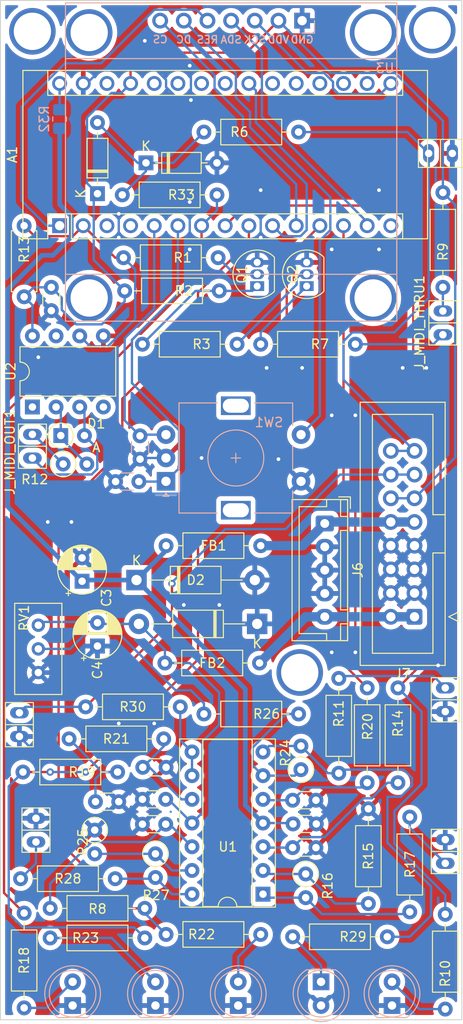
<source format=kicad_pcb>
(kicad_pcb (version 20211014) (generator pcbnew)
  (layers (0 "F.Cu" signal) (31 "B.Cu" signal) (34 "B.Paste" user) (35 "F.Paste" user) (36 "B.SilkS" user "B.Silkscreen") (37 "F.SilkS" user "F.Silkscreen") (38 "B.Mask" user) (39 "F.Mask" user) (44 "Edge.Cuts" user))
  (net 0 "")
  (net 1 "MIDI RX")
  (net 3 "SPI Reset")
  (net 5 "Encoder CLK")
  (net 6 "Encoder DT")
  (net 7 "Gate Pin")
  (net 8 "Velocity PWM")
  (net 9 "Mod Wheel PWM")
  (net 10 "SPI DC")
  (net 11 "SPI CS")
  (net 12 "V{slash}oct PWM")
  (net 13 "Pitch Wheel PWM")
  (net 14 "SPI MOSI")
  (net 16 "SPI SLK")
  (net 22 "Encoder Button")
  (net 27 "+5V")
  (net 29 "Earth")
  (net 30 "+12V")
  (net 31 "-12V")
  (net 32 "Net-(C6-Pad1)")
  (net 33 "Net-(C7-Pad1)")
  (net 34 "Net-(C8-Pad1)")
  (net 35 "Net-(C9-Pad1)")
  (net 36 "Net-(C10-Pad1)")
  (net 37 "Net-(D1-Pad1)")
  (net 38 "Net-(D1-Pad2)")
  (net 39 "Net-(D4-Pad2)")
  (net 40 "Net-(J_MIDI_OUT1-Pad4)")
  (net 41 "Net-(J_MIDI_THRU1-Pad4)")
  (net 42 "Net-(J_MIDI_THRU1-Pad5)")
  (net 43 "Net-(LED_MOD1-Pad2)")
  (net 44 "Net-(LED_V/oct1-Pad2)")
  (net 45 "Net-(LED_VELOCITY1-Pad2)")
  (net 46 "Net-(Q1-Pad1)")
  (net 47 "Net-(Q1-Pad2)")
  (net 48 "Net-(Q2-Pad1)")
  (net 49 "Net-(Q2-Pad2)")
  (net 50 "12V In")
  (net 51 "-12V In")
  (net 52 "Net-(R11-Pad1)")
  (net 53 "Net-(J3-PadT)")
  (net 54 "Net-(R15-Pad2)")
  (net 55 "Net-(R16-Pad2)")
  (net 56 "Net-(J1-PadT)")
  (net 57 "Net-(R24-Pad1)")
  (net 58 "Net-(R25-Pad2)")
  (net 59 "Net-(R26-Pad1)")
  (net 60 "Net-(R27-Pad2)")
  (net 61 "Net-(J4-PadT)")
  (net 62 "Net-(R30-Pad1)")
  (net 65 "Net-(A1-Pad30)")
  (net 66 "V{slash}oct  Out")
  (net 67 "Gate  Out")
  (net 68 "Net-(D5-Pad2)")
  (net 69 "Net-(LED_Bend1-Pad1)")
  (footprint "" (layer "F.Cu") (at 170.815 70.485)
    (fp_text reference "")
    (fp_text value "")
  )
  (footprint "Capacitor_THT:C_Disc_D3.0mm_W1.6mm_P2.50mm" (layer "F.Cu") (at 134.66 153.162)
    (fp_text reference "C7" hide)
    (fp_text value "100nF" hide)
  )
  (footprint "Library:SIP-2" (layer "F.Cu") (at 171.958 101.854 -90)
    (fp_text reference "J_MIDI_THRU1")
    (fp_text value "DIN-5_180degree" hide)
  )
  (footprint "Capacitor_THT:C_Disc_D3.0mm_W1.6mm_P2.50mm" (layer "F.Cu") (at 139.7 152.908)
    (fp_text reference "C2" hide)
    (fp_text value "100nF" hide)
  )
  (footprint "Resistor_THT:R_Axial_DIN0207_L6.3mm_D2.5mm_P2.54mm_Vertical" (layer "F.Cu") (at 156.718 149.733 90)
    (fp_text reference "R24")
    (fp_text value "100k")
  )
  (footprint "Library:Jack breakcout cables" (layer "F.Cu") (at 172.212 158.496 90)
    (fp_text reference "J1" hide)
    (fp_text value "Velocity")
  )
  (footprint "Library:Jack breakcout cables" (layer "F.Cu") (at 128.27 156.21 90)
    (fp_text reference "J4" hide)
    (fp_text value "MOD WHEEL")
  )
  (footprint "Resistor_THT:R_Axial_DIN0207_L6.3mm_D2.5mm_P10.16mm_Horizontal" (layer "F.Cu") (at 136.779 161.417 180)
    (fp_text reference "R28")
    (fp_text value "1k")
  )
  (footprint "Package_TO_SOT_THT:TO-92_Inline" (layer "F.Cu") (at 157.332 97.917 90)
    (fp_text reference "Q2")
    (fp_text value "BC548")
  )
  (footprint "Library:SIP-2" (layer "F.Cu") (at 127.889 115.072 -90)
    (fp_text reference "J_MIDI_OUT1")
    (fp_text value "DIN-5_180degree" hide)
  )
  (footprint "Capacitor_THT:C_Disc_D3.0mm_W1.6mm_P2.50mm" (layer "F.Cu") (at 155.829 158.086)
    (fp_text reference "C6" hide)
    (fp_text value "100nF" hide)
  )
  (footprint "Resistor_THT:R_Axial_DIN0207_L6.3mm_D2.5mm_P2.54mm_Vertical" (layer "F.Cu") (at 131.191 116.977)
    (fp_text reference "R12")
    (fp_text value "220R")
  )
  (footprint "Library:Jack breakcout cables" (layer "F.Cu") (at 126.492 144.907 -90)
    (fp_text reference "J5" hide)
    (fp_text value "V/oct OUT")
  )
  (footprint "Resistor_THT:R_Axial_DIN0207_L6.3mm_D2.5mm_P10.16mm_Horizontal" (layer "F.Cu") (at 147.955 98.425 180)
    (fp_text reference "R2")
    (fp_text value "2k")
  )
  (footprint "Resistor_THT:R_Axial_DIN0207_L6.3mm_D2.5mm_P10.16mm_Horizontal" (layer "F.Cu") (at 131.826 146.431)
    (fp_text reference "R21")
    (fp_text value "10k")
  )
  (footprint "Capacitor_THT:C_Disc_D3.0mm_W1.6mm_P2.50mm" (layer "F.Cu") (at 155.829 153.006)
    (fp_text reference "C9" hide)
    (fp_text value "100nF" hide)
  )
  (footprint "Capacitor_THT:CP_Radial_D5.0mm_P2.50mm" (layer "F.Cu") (at 133.223 129.54 90)
    (fp_text reference "C3")
    (fp_text value "22uF")
  )
  (footprint "Resistor_THT:R_Axial_DIN0207_L6.3mm_D2.5mm_P2.54mm_Vertical" (layer "F.Cu") (at 157.226 160.909 -90)
    (fp_text reference "R16")
    (fp_text value "100k")
  )
  (footprint "Resistor_THT:R_Axial_DIN0207_L6.3mm_D2.5mm_P2.54mm_Vertical" (layer "F.Cu") (at 141.097 158.75 -90)
    (fp_text reference "R27")
    (fp_text value "100k")
  )
  (footprint "Resistor_THT:R_Axial_DIN0207_L6.3mm_D2.5mm_P10.16mm_Horizontal" (layer "F.Cu") (at 160.782 150.114 90)
    (fp_text reference "R11")
    (fp_text value "1k")
  )
  (footprint "Library:Jack breakcout cables" (layer "F.Cu") (at 172.212 142.24 -90)
    (fp_text reference "J3" hide)
    (fp_text value "Bend Out")
  )
  (footprint "Resistor_THT:R_Axial_DIN0207_L6.3mm_D2.5mm_P10.16mm_Horizontal" (layer "F.Cu") (at 163.83 140.97 -90)
    (fp_text reference "R20")
    (fp_text value "10k")
  )
  (footprint "Resistor_THT:R_Axial_DIN0207_L6.3mm_D2.5mm_P10.16mm_Horizontal" (layer "F.Cu") (at 143.764 143.002 180)
    (fp_text reference "R30")
    (fp_text value "1k")
  )
  (footprint "Diode_THT:D_DO-35_SOD27_P7.62mm_Horizontal" (layer "F.Cu") (at 134.874 88.011 90)
    (fp_text reference "D5" hide)
    (fp_text value "BAT43")
  )
  (footprint "Resistor_THT:R_Axial_DIN0207_L6.3mm_D2.5mm_P10.16mm_Horizontal" (layer "F.Cu") (at 162.56 104.14 180)
    (fp_text reference "R7")
    (fp_text value "220R")
  )
  (footprint "Resistor_THT:R_Axial_DIN0207_L6.3mm_D2.5mm_P10.16mm_Horizontal" (layer "F.Cu") (at 146.304 143.764)
    (fp_text reference "R26")
    (fp_text value "100k")
  )
  (footprint "Resistor_THT:R_Axial_DIN0207_L6.3mm_D2.5mm_P10.16mm_Horizontal" (layer "F.Cu") (at 147.828 94.869 180)
    (fp_text reference "R1")
    (fp_text value "1k")
  )
  (footprint "Capacitor_THT:C_Disc_D3.0mm_W1.6mm_P2.50mm" (layer "F.Cu") (at 142.2 155.575 180)
    (fp_text reference "C8" hide)
    (fp_text value "100nF" hide)
  )
  (footprint "Capacitor_THT:C_Disc_D3.0mm_W1.6mm_P2.50mm" (layer "F.Cu") (at 139.74 149.479)
    (fp_text reference "C10" hide)
    (fp_text value "100nF" hide)
  )
  (footprint "Resistor_THT:R_Axial_DIN0207_L6.3mm_D2.5mm_P10.16mm_Horizontal" (layer "F.Cu") (at 163.957 153.924 -90)
    (fp_text reference "R15")
    (fp_text value "100k")
  )
  (footprint "Resistor_THT:R_Axial_DIN0207_L6.3mm_D2.5mm_P10.16mm_Horizontal" (layer "F.Cu") (at 152.273 138.303 180)
    (fp_text reference "FB2")
    (fp_text value "FerriteBead" hide)
  )
  (footprint "Resistor_THT:R_Axial_DIN0207_L6.3mm_D2.5mm_P7.62mm_Horizontal" (layer "F.Cu") (at 127 91.44 -90)
    (fp_text reference "R13")
    (fp_text value "2K")
  )
  (footprint "Resistor_THT:R_Axial_DIN0207_L6.3mm_D2.5mm_P10.16mm_Horizontal" (layer "F.Cu") (at 126.873 149.987)
    (fp_text reference "R19")
    (fp_text value "10k")
  )
  (footprint "Diode_THT:D_DO-41_SOD81_P12.70mm_Horizontal" (layer "F.Cu") (at 139.065 129.413)
    (fp_text reference "D2")
    (fp_text value "1N4001")
  )
  (footprint "Resistor_THT:R_Axial_DIN0207_L6.3mm_D2.5mm_P10.16mm_Horizontal" (layer "F.Cu") (at 139.954 164.592 180)
    (fp_text reference "R8")
    (fp_text value "10k")
  )
  (footprint "Capacitor_THT:CP_Radial_D5.0mm_P2.50mm" (layer "F.Cu") (at 134.874 136.485 90)
    (fp_text reference "C4")
    (fp_text value "22uF")
  )
  (footprint "Package_DIP:DIP-8_W7.62mm" (layer "F.Cu") (at 127.889 110.871 90)
    (fp_text reference "U2")
    (fp_text value "6N137")
  )
  (footprint "Resistor_THT:R_Axial_DIN0207_L6.3mm_D2.5mm_P10.16mm_Horizontal" (layer "F.Cu") (at 171.958 87.884 -90)
    (fp_text reference "R9")
    (fp_text value "220R")
  )
  (footprint "Resistor_THT:R_Axial_DIN0207_L6.3mm_D2.5mm_P10.16mm_Horizontal" (layer "F.Cu") (at 172.212 165.227 -90)
    (fp_text reference "R10")
    (fp_text value "1k")
  )
  (footprint "Resistor_THT:R_Axial_DIN0207_L6.3mm_D2.5mm_P10.16mm_Horizontal" (layer "F.Cu") (at 147.701 88.138 180)
    (fp_text reference "R33")
    (fp_text value "1k")
  )
  (footprint "Package_DIP:DIP-14_W7.62mm_Socket" (layer "F.Cu") (at 152.644 163.073 180)
    (fp_text reference "U1")
    (fp_text value "TL074")
  )
  (footprint "Capacitor_THT:C_Disc_D3.0mm_W1.6mm_P2.50mm" (layer "F.Cu") (at 129.921 98.044 -90)
    (fp_text reference "C5" hide)
    (fp_text value "100nF" hide)
  )
  (footprint "Module:Arduino_Nano" (layer "F.Cu") (at 130.81 91.44 90)
    (fp_text reference "A1")
    (fp_text value "Arduino_Nano_v3.x")
  )
  (footprint "Resistor_THT:R_Axial_DIN0207_L6.3mm_D2.5mm_P2.54mm_Vertical" (layer "F.Cu") (at 134.58 156.21 -90)
    (fp_text reference "R25")
    (fp_text value "100k")
  )
  (footprint "Resistor_THT:R_Axial_DIN0207_L6.3mm_D2.5mm_P10.16mm_Horizontal" (layer "F.Cu") (at 127 165.1 -90)
    (fp_text reference "R18")
    (fp_text value "1k")
  )
  (footprint "" (layer "F.Cu") (at 156.591 139.319)
    (fp_text reference "")
    (fp_text value "")
  )
  (footprint "Diode_THT:D_DO-35_SOD27_P7.62mm_Horizontal" (layer "F.Cu") (at 140.081 84.709)
    (fp_text reference "D6" hide)
    (fp_text value "BAT43")
  )
  (footprint "Resistor_THT:R_Axial_DIN0207_L6.3mm_D2.5mm_P10.16mm_Horizontal" (layer "F.Cu") (at 129.794 167.767)
    (fp_text reference "R23")
    (fp_text value "1k")
  )
  (footprint "" (layer "F.Cu") (at 127.889 70.612)
    (fp_text reference "")
    (fp_text value "")
  )
  (footprint "Resistor_THT:R_Axial_DIN0207_L6.3mm_D2.5mm_P10.16mm_Horizontal" (layer "F.Cu") (at 149.86 104.14 180)
    (fp_text reference "R3")
    (fp_text value "1k")
  )
  (footprint "Resistor_THT:R_Axial_DIN0207_L6.3mm_D2.5mm_P10.16mm_Horizontal" (layer "F.Cu") (at 165.989 167.64 180)
    (fp_text reference "R29")
    (fp_text value "3.3k")
  )
  (footprint "Connector_IDC:IDC-Header_2x08_P2.54mm_Vertical" (layer "F.Cu") (at 168.91 133.35 180)
    (fp_text reference "J7")
    (fp_text value "Eurorack power connector")
  )
  (footprint "Resistor_THT:R_Axial_DIN0207_L6.3mm_D2.5mm_P10.16mm_Horizontal" (layer "F.Cu") (at 168.402 164.973 90)
    (fp_text reference "R17")
    (fp_text value "1k")
  )
  (footprint "Connector_JST:JST_XH_B5B-XH-A_1x05_P2.50mm_Vertical" (layer "F.Cu") (at 159.275 123.35 -90)
    (fp_text reference "J6")
    (fp_text value "Power connector")
  )
  (footprint "Resistor_THT:R_Axial_DIN0207_L6.3mm_D2.5mm_P10.16mm_Horizontal" (layer "F.Cu") (at 146.304 81.407)
    (fp_text reference "R6")
    (fp_text value "1k")
  )
  (footprint "Capacitor_THT:C_Disc_D3.0mm_W1.6mm_P2.50mm" (layer "F.Cu") (at 155.869 155.546)
    (fp_text reference "C1" hide)
    (fp_text value "100nF" hide)
  )
  (footprint "Diode_THT:D_DO-35_SOD27_P2.54mm_Vertical_AnodeUp" (layer "F.Cu") (at 130.937 113.929)
    (fp_text reference "D1")
    (fp_text value "1N4148" hide)
  )
  (footprint "Resistor_THT:R_Axial_DIN0207_L6.3mm_D2.5mm_P10.16mm_Horizontal" (layer "F.Cu") (at 152.4 167.386 180)
    (fp_text reference "R22")
    (fp_text value "1k")
  )
  (footprint "Library:Jack breakcout cables" (layer "F.Cu") (at 171.704 83.693)
    (fp_text reference "J2" hide)
    (fp_text value "GATE OUT")
  )
  (footprint "Diode_THT:D_DO-41_SOD81_P12.70mm_Horizontal" (layer "F.Cu") (at 152.019 134.112 180)
    (fp_text reference "D3" hide)
    (fp_text value "1N4001")
  )
  (footprint "Resistor_THT:R_Axial_DIN0207_L6.3mm_D2.5mm_P10.16mm_Horizontal" (layer "F.Cu") (at 152.4 125.73 180)
    (fp_text reference "FB1")
    (fp_text value "FerriteBead" hide)
  )
  (footprint "Potentiometer_THT:Potentiometer_Bourns_3296W_Vertical" (layer "F.Cu") (at 128.524 139.329 -90)
    (fp_text reference "RV1")
    (fp_text value "10k")
  )
  (footprint "Package_TO_SOT_THT:TO-92_Inline" (layer "F.Cu") (at 152.019 97.917 90)
    (fp_text reference "Q1")
    (fp_text value "BC548")
  )
  (footprint "Resistor_THT:R_Axial_DIN0207_L6.3mm_D2.5mm_P10.16mm_Horizontal" (layer "F.Cu") (at 167.132 140.97 -90)
    (fp_text reference "R14")
    (fp_text value "10k")
  )
  (footprint "LED_THT:LED_D5.0mm" (layer "B.Cu") (at 132.207 175.006 90)
    (fp_text reference "D4" hide)
    (fp_text value "GATE LED" hide)
  )
  (footprint "Resistor_SMD:R_0805_2012Metric_Pad1.20x1.40mm_HandSolder" (layer "B.Cu") (at 130.81 80.01 -90)
    (fp_text reference "R32")
    (fp_text value "0")
  )
  (footprint "LED_THT:LED_D5.0mm" (layer "B.Cu") (at 166.497 175.006 90)
    (fp_text reference "LED_VELOCITY1" hide)
    (fp_text value "LED" hide)
  )
  (footprint "Dr_McFishs_misc_footprints:SPI Oled dislay SH1106" (layer "B.Cu") (at 156.845 69.469 180)
    (fp_text reference "U3")
    (fp_text value "OLED_Display_SPI")
  )
  (footprint "LED_THT:LED_D5.0mm" (layer "B.Cu") (at 149.987 175.006 90)
    (fp_text reference "LED_MOD1" hide)
    (fp_text value "LED" hide)
  )
  (footprint "Rotary_Encoder:RotaryEncoder_Alps_EC11E-Switch_Vertical_H20mm" (layer "B.Cu") (at 142.229 118.832)
    (fp_text reference "SW1")
    (fp_text value "RotaryEncoder_Switch")
  )
  (footprint "Capacitor_THT:C_Disc_D3.0mm_W1.6mm_P2.50mm" (layer "B.Cu") (at 139.446 113.959 -90)
    (fp_text reference "C12" hide)
    (fp_text value "100nF" hide)
  )
  (footprint "Capacitor_THT:C_Disc_D3.0mm_W1.6mm_P2.50mm" (layer "B.Cu") (at 139.319 118.862 180)
    (fp_text reference "C11" hide)
    (fp_text value "100nF" hide)
  )
  (footprint "LED_THT:LED_D5.0mm" (layer "B.Cu") (at 158.877 172.466 -90)
    (fp_text reference "LED_Bend1" hide)
    (fp_text value "LED_RG" hide)
  )
  (footprint "LED_THT:LED_D5.0mm" (layer "B.Cu") (at 141.097 175.006 90)
    (fp_text reference "LED_V/oct1" hide)
    (fp_text value "LED" hide)
  )
  (gr_rect (start 124.46 67.305) (end 173.99 176.53) (layer "Edge.Cuts") (width 0.1) (fill none))
  (segment (start 132.225489 92.564511) (end 133.35 91.44) (width 0.25) (layer "F.Cu") (net 1))
  (segment (start 127 91.44) (end 128.124511 92.564511) (width 0.25) (layer "F.Cu") (net 1))
  (segment (start 136.779 94.869) (end 137.668 94.869) (width 0.25) (layer "F.Cu") (net 1))
  (segment (start 128.124511 92.564511) (end 132.225489 92.564511) (width 0.25) (layer "F.Cu") (net 1))
  (segment (start 133.35 91.44) (end 136.779 94.869) (width 0.25) (layer "F.Cu") (net 1))
  (segment (start 138.919511 101.430789) (end 138.919511 96.120511) (width 0.25) (layer "B.Cu") (net 1))
  (segment (start 132.969 103.251) (end 134.093511 104.375511) (width 0.25) (layer "B.Cu") (net 1))
  (segment (start 138.919511 96.120511) (end 137.668 94.869) (width 0.25) (layer "B.Cu") (net 1))
  (segment (start 134.093511 104.375511) (end 135.974789 104.375511) (width 0.25) (layer "B.Cu") (net 1))
  (segment (start 135.974789 104.375511) (end 138.919511 101.430789) (width 0.25) (layer "B.Cu") (net 1))
  (segment (start 145.510489 68.294489) (end 141.001511 68.294489) (width 0.25) (layer "B.Cu") (net 3))
  (segment (start 131.3787 74.041) (end 126.746 78.6737) (width 0.25) (layer "B.Cu") (net 3))
  (segment (start 129.413 91.44) (end 130.81 91.44) (width 0.25) (layer "B.Cu") (net 3))
  (segment (start 135.255 74.041) (end 131.3787 74.041) (width 0.25) (layer "B.Cu") (net 3))
  (segment (start 126.746 88.773) (end 129.413 91.44) (width 0.25) (layer "B.Cu") (net 3))
  (segment (start 146.685 69.469) (end 145.510489 68.294489) (width 0.25) (layer "B.Cu") (net 3))
  (segment (start 141.001511 68.294489) (end 135.255 74.041) (width 0.25) (layer "B.Cu") (net 3))
  (segment (start 126.746 78.6737) (end 126.746 88.773) (width 0.25) (layer "B.Cu") (net 3))
  (segment (start 137.795 112.308) (end 139.446 113.959) (width 0.25) (layer "B.Cu") (net 5))
  (segment (start 142.229 113.832) (end 139.573 113.832) (width 0.25) (layer "B.Cu") (net 5))
  (segment (start 140.97 91.44) (end 140.97 100.33) (width 0.25) (layer "B.Cu") (net 5))
  (segment (start 139.573 113.832) (end 139.446 113.959) (width 0.25) (layer "B.Cu") (net 5))
  (segment (start 140.97 100.33) (end 137.795 103.505) (width 0.25) (layer "B.Cu") (net 5))
  (segment (start 137.795 103.505) (end 137.795 112.308) (width 0.25) (layer "B.Cu") (net 5))
  (segment (start 143.637 117.424) (end 142.229 118.832) (width 0.25) (layer "B.Cu") (net 6))
  (segment (start 139.319 118.862) (end 142.199 118.862) (width 0.25) (layer "B.Cu") (net 6))
  (segment (start 138.575489 108.305346) (end 143.637 113.366857) (width 0.25) (layer "B.Cu") (net 6))
  (segment (start 143.637 113.366857) (end 143.637 117.424) (width 0.25) (layer "B.Cu") (net 6))
  (segment (start 143.51 98.7397) (end 138.575489 103.674211) (width 0.25) (layer "B.Cu") (net 6))
  (segment (start 138.575489 103.674211) (end 138.575489 108.305346) (width 0.25) (layer "B.Cu") (net 6))
  (segment (start 143.51 91.44) (end 143.51 98.7397) (width 0.25) (layer "B.Cu") (net 6))
  (segment (start 142.199 118.862) (end 142.229 118.832) (width 0.25) (layer "B.Cu") (net 6))
  (segment (start 135.89 106.68) (end 138.575489 103.994511) (width 0.25) (layer "F.Cu") (net 7))
  (segment (start 138.575489 103.994511) (end 138.575489 103.674211) (width 0.25) (layer "F.Cu") (net 7))
  (segment (start 129.830978 106.68) (end 135.89 106.68) (width 0.25) (layer "F.Cu") (net 7))
  (segment (start 138.575489 103.674211) (end 139.234211 103.015489) (width 0.25) (layer "F.Cu") (net 7))
  (segment (start 146.05 96.52) (end 146.05 91.44) (width 0.25) (layer "F.Cu") (net 7))
  (segment (start 127 165.1) (end 124.841 162.941) (width 0.25) (layer "F.Cu") (net 7))
  (segment (start 139.234211 103.015489) (end 139.554511 103.015489) (width 0.25) (layer "F.Cu") (net 7))
  (segment (start 139.554511 103.015489) (end 146.05 96.52) (width 0.25) (layer "F.Cu") (net 7))
  (segment (start 124.841 111.669978) (end 129.830978 106.68) (width 0.25) (layer "F.Cu") (net 7))
  (segment (start 124.841 162.941) (end 124.841 111.669978) (width 0.25) (layer "F.Cu") (net 7))
  (segment (start 147.701 89.789) (end 146.05 91.44) (width 0.25) (layer "B.Cu") (net 7))
  (segment (start 147.701 88.138) (end 147.701 89.789) (width 0.25) (layer "B.Cu") (net 7))
  (segment (start 171.704 136.398) (end 167.132 140.97) (width 0.25) (layer "F.Cu") (net 8))
  (segment (start 168.783 91.059) (end 168.783 109.855) (width 0.25) (layer "F.Cu") (net 8))
  (segment (start 148.59 91.44) (end 150.749 89.281) (width 0.25) (layer "F.Cu") (net 8))
  (segment (start 167.005 89.281) (end 168.783 91.059) (width 0.25) (layer "F.Cu") (net 8))
  (segment (start 171.704 112.776) (end 171.704 136.398) (width 0.25) (layer "F.Cu") (net 8))
  (segment (start 150.749 89.281) (end 167.005 89.281) (width 0.25) (layer "F.Cu") (net 8))
  (segment (start 168.783 109.855) (end 171.704 112.776) (width 0.25) (layer "F.Cu") (net 8))
  (segment (start 167.132 140.97) (end 169.672 143.51) (width 0.25) (layer "B.Cu") (net 8))
  (segment (start 166.751 157.672582) (end 172.212 163.133582) (width 0.25) (layer "B.Cu") (net 8))
  (segment (start 169.672 143.51) (end 169.672 151.257) (width 0.25) (layer "B.Cu") (net 8))
  (segment (start 169.672 151.257) (end 166.751 154.178) (width 0.25) (layer "B.Cu") (net 8))
  (segment (start 172.212 163.133582) (end 172.212 165.227) (width 0.25) (layer "B.Cu") (net 8))
  (segment (start 166.751 154.178) (end 166.751 157.672582) (width 0.25) (layer "B.Cu") (net 8))
  (segment (start 145.669 101.854) (end 145.669 98.6183) (width 0.25) (layer "F.Cu") (net 9))
  (segment (start 151.13 93.1573) (end 151.13 91.44) (width 0.25) (layer "F.Cu") (net 9))
  (segment (start 137.922 164.592) (end 130.701489 157.371489) (width 0.25) (layer "F.Cu") (net 9))
  (segment (start 130.701489 157.371489) (end 130.701489 122.282511) (width 0.25) (layer "F.Cu") (net 9))
  (segment (start 137.541 109.982) (end 145.669 101.854) (width 0.25) (layer "F.Cu") (net 9))
  (segment (start 130.701489 122.282511) (end 137.541 115.443) (width 0.25) (layer "F.Cu") (net 9))
  (segment (start 145.669 98.6183) (end 151.13 93.1573) (width 0.25) (layer "F.Cu") (net 9))
  (segment (start 139.954 164.592) (end 137.922 164.592) (width 0.25) (layer "F.Cu") (net 9))
  (segment (start 137.541 115.443) (end 137.541 109.982) (width 0.25) (layer "F.Cu") (net 9))
  (segment (start 142.24 167.386) (end 139.954 165.1) (width 0.25) (layer "B.Cu") (net 9))
  (segment (start 139.954 165.1) (end 139.954 164.592) (width 0.25) (layer "B.Cu") (net 9))
  (segment (start 157.334511 91.905789) (end 157.334511 86.976511) (width 0.25) (layer "B.Cu") (net 10))
  (segment (start 154.794511 92.564511) (end 156.675789 92.564511) (width 0.25) (layer "B.Cu") (net 10))
  (segment (start 153.67 91.44) (end 154.794511 92.564511) (width 0.25) (layer "B.Cu") (net 10))
  (segment (start 151.257 79.248) (end 149.733 77.724) (width 0.25) (layer "B.Cu") (net 10))
  (segment (start 149.733 77.724) (end 149.733 75.057) (width 0.25) (layer "B.Cu") (net 10))
  (segment (start 156.675789 92.564511) (end 157.334511 91.905789) (width 0.25) (layer "B.Cu") (net 10))
  (segment (start 151.257 80.899) (end 151.257 79.248) (width 0.25) (layer "B.Cu") (net 10))
  (segment (start 157.334511 86.976511) (end 151.257 80.899) (width 0.25) (layer "B.Cu") (net 10))
  (segment (start 149.733 75.057) (end 144.145 69.469) (width 0.25) (layer "B.Cu") (net 10))
  (segment (start 150.495 79.756) (end 150.495 81.28) (width 0.25) (layer "B.Cu") (net 11))
  (segment (start 141.605 69.469) (end 147.447 75.311) (width 0.25) (layer "B.Cu") (net 11))
  (segment (start 147.447 75.311) (end 147.447 76.708) (width 0.25) (layer "B.Cu") (net 11))
  (segment (start 156.21 86.995) (end 156.21 91.44) (width 0.25) (layer "B.Cu") (net 11))
  (segment (start 150.495 81.28) (end 156.21 86.995) (width 0.25) (layer "B.Cu") (net 11))
  (segment (start 147.447 76.708) (end 150.495 79.756) (width 0.25) (layer "B.Cu") (net 11))
  (segment (start 133.985 149.606) (end 133.604 149.987) (width 0.25) (layer "F.Cu") (net 12))
  (segment (start 145.669 137.922) (end 145.669 119.253) (width 0.25) (layer "F.Cu") (net 12))
  (segment (start 145.669 119.253) (end 155.194 109.728) (width 0.25) (layer "F.Cu") (net 12))
  (segment (start 126.873 149.987) (end 129.413 149.987) (width 0.25) (layer "F.Cu") (net 12))
  (segment (start 155.194 94.996) (end 158.75 91.44) (width 0.25) (layer "F.Cu") (net 12))
  (segment (start 129.413 149.987) (end 129.794 149.987) (width 0.25) (layer "F.Cu") (net 12))
  (segment (start 155.194 109.728) (end 155.194 94.996) (width 0.25) (layer "F.Cu") (net 12))
  (segment (start 133.985 149.606) (end 145.669 137.922) (width 0.25) (layer "F.Cu") (net 12))
  (via (at 133.604 149.987) (size 0.8) (drill 0.4) (layers "F.Cu" "B.Cu") (net 12))
  (via (at 129.794 149.987) (size 0.8) (drill 0.4) (layers "F.Cu" "B.Cu") (net 12))
  (segment (start 139.954 167.767) (end 138.829489 166.642489) (width 0.25) (layer "B.Cu") (net 12))
  (segment (start 126.889509 166.642489) (end 125.349 165.10198) (width 0.25) (layer "B.Cu") (net 12))
  (segment (start 133.604 149.987) (end 129.794 149.987) (width 0.25) (layer "B.Cu") (net 12))
  (segment (start 125.349 151.511) (end 126.873 149.987) (width 0.25) (layer "B.Cu") (net 12))
  (segment (start 138.829489 166.642489) (end 126.889509 166.642489) (width 0.25) (layer "B.Cu") (net 12))
  (segment (start 125.349 165.10198) (end 125.349 151.511) (width 0.25) (layer "B.Cu") (net 12))
  (segment (start 161.835489 136.859897) (end 162.56 136.135386) (width 0.25) (layer "F.Cu") (net 13))
  (segment (start 163.83 140.97) (end 161.835489 138.975489) (width 0.25) (layer "F.Cu") (net 13))
  (segment (start 161.835489 138.975489) (end 161.835489 136.859897) (width 0.25) (layer "F.Cu") (net 13))
  (segment (start 161.29 120.404614) (end 161.29 91.44) (width 0.25) (layer "F.Cu") (net 13))
  (segment (start 162.56 136.135386) (end 162.56 121.674614) (width 0.25) (layer "F.Cu") (net 13))
  (segment (start 162.56 121.674614) (end 161.29 120.404614) (width 0.25) (layer "F.Cu") (net 13))
  (segment (start 152.527 72.771) (end 152.527 79.756) (width 0.25) (layer "B.Cu") (net 14))
  (segment (start 163.83 91.059) (end 163.83 91.44) (width 0.25) (layer "B.Cu") (net 14))
  (segment (start 152.527 79.756) (end 163.83 91.059) (width 0.25) (layer "B.Cu") (net 14))
  (segment (start 149.225 69.469) (end 152.527 72.771) (width 0.25) (layer "B.Cu") (net 14))
  (segment (start 159.215789 75.075489) (end 160.165489 76.025189) (width 0.25) (layer "B.Cu") (net 16))
  (segment (start 160.165489 76.025189) (end 160.165489 76.726489) (width 0.25) (layer "B.Cu") (net 16))
  (segment (start 160.763511 77.324511) (end 165.245489 77.324511) (width 0.25) (layer "B.Cu") (net 16))
  (segment (start 160.165489 76.726489) (end 160.763511 77.324511) (width 0.25) (layer "B.Cu") (net 16))
  (segment (start 157.371489 75.075489) (end 159.215789 75.075489) (width 0.25) (layer "B.Cu") (net 16))
  (segment (start 151.765 69.469) (end 157.371489 75.075489) (width 0.25) (layer "B.Cu") (net 16))
  (segment (start 165.245489 77.324511) (end 166.37 76.2) (width 0.25) (layer "B.Cu") (net 16))
  (segment (start 159.874511 88.373511) (end 159.874511 91.905789) (width 0.25) (layer "B.Cu") (net 22))
  (segment (start 151.13 76.2) (end 151.892 76.962) (width 0.25) (layer "B.Cu") (net 22))
  (segment (start 159.874511 91.905789) (end 158.75 93.0303) (width 0.25) (layer "B.Cu") (net 22))
  (segment (start 151.892 76.962) (end 151.892 80.391) (width 0.25) (layer "B.Cu") (net 22))
  (segment (start 151.892 80.391) (end 159.874511 88.373511) (width 0.25) (layer "B.Cu") (net 22))
  (segment (start 158.75 111.811) (end 156.729 113.832) (width 0.25) (layer "B.Cu") (net 22))
  (segment (start 158.75 93.0303) (end 158.75 111.811) (width 0.25) (layer "B.Cu") (net 22))
  (segment (start 138.43 74.295) (end 139.827 72.898) (width 0.25) (layer "F.Cu") (net 27))
  (segment (start 139.827 72.898) (end 150.876 72.898) (width 0.25) (layer "F.Cu") (net 27))
  (segment (start 150.876 72.898) (end 154.305 69.469) (width 0.25) (layer "F.Cu") (net 27))
  (segment (start 138.43 76.2) (end 138.43 74.295) (width 0.25) (layer "F.Cu") (net 27))
  (segment (start 134.874 88.011) (end 133.749489 86.886489) (width 0.25) (layer "B.Cu") (net 27))
  (segment (start 131.045511 100.457) (end 131.045511 99.168511) (width 0.25) (layer "B.Cu") (net 27))
  (segment (start 134.474511 95.104511) (end 134.474511 88.410489) (width 0.25) (layer "B.Cu") (net 27))
  (segment (start 134.474511 88.410489) (end 134.874 88.011) (width 0.25) (layer "B.Cu") (net 27))
  (segment (start 127.889 99.949) (end 127 99.06) (width 0.25) (layer "B.Cu") (net 27))
  (segment (start 137.414 77.216) (end 138.43 76.2) (width 0.25) (layer "B.Cu") (net 27))
  (segment (start 166.37 120.65) (end 168.91 120.65) (width 0.25) (layer "B.Cu") (net 27))
  (segment (start 173.28252 89.20852) (end 173.28252 116.27748) (width 0.25) (layer "B.Cu") (net 27))
  (segment (start 128.016 98.044) (end 129.921 98.044) (width 0.25) (layer "B.Cu") (net 27))
  (segment (start 137.795 99.55637) (end 135.339859 102.011511) (width 0.25) (layer "B.Cu") (net 27))
  (segment (start 154.305 69.469) (end 159.911489 75.075489) (width 0.25) (layer "B.Cu") (net 27))
  (segment (start 166.835789 75.075489) (end 171.958 80.1977) (width 0.25) (layer "B.Cu") (net 27))
  (segment (start 135.339859 102.011511) (end 132.600022 102.011511) (width 0.25) (layer "B.Cu") (net 27))
  (segment (start 133.749489 86.886489) (end 133.749489 79.846022) (width 0.25) (layer "B.Cu") (net 27))
  (segment (start 127 99.06) (end 128.016 98.044) (width 0.25) (layer "B.Cu") (net 27))
  (segment (start 171.958 80.1977) (end 171.958 87.884) (width 0.25) (layer "B.Cu") (net 27))
  (segment (start 127.889 103.251) (end 127.889 99.949) (width 0.25) (layer "B.Cu") (net 27))
  (segment (start 131.045511 99.168511) (end 129.921 98.044) (width 0.25) (layer "B.Cu") (net 27))
  (segment (start 137.795 98.425) (end 137.795 99.55637) (width 0.25) (layer "B.Cu") (net 27))
  (segment (start 137.795 98.425) (end 134.474511 95.104511) (width 0.25) (layer "B.Cu") (net 27))
  (segment (start 171.958 87.884) (end 173.28252 89.20852) (width 0.25) (layer "B.Cu") (net 27))
  (segment (start 132.600022 102.011511) (end 131.045511 100.457) (width 0.25) (layer "B.Cu") (net 27))
  (segment (start 136.379511 77.216) (end 137.414 77.216) (width 0.25) (layer "B.Cu") (net 27))
  (segment (start 173.28252 116.27748) (end 168.91 120.65) (width 0.25) (layer "B.Cu") (net 27))
  (segment (start 133.749489 79.846022) (end 136.379511 77.216) (width 0.25) (layer "B.Cu") (net 27))
  (segment (start 159.911489 75.075489) (end 166.835789 75.075489) (width 0.25) (layer "B.Cu") (net 27))
  (segment (start 142.460804 116.309804) (end 142.483 116.332) (width 1) (layer "F.Cu") (net 29))
  (via (at 154.305 116.459) (size 0.8) (drill 0.4) (layers "F.Cu" "B.Cu") (net 29))
  (via (at 132.08 123.19) (size 0.8) (drill 0.4) (layers "F.Cu" "B.Cu") (net 29))
  (via (at 137.16 144.78) (size 0.8) (drill 0.4) (layers "F.Cu" "B.Cu") (net 29))
  (via (at 129.54 123.19) (size 0.8) (drill 0.4) (layers "F.Cu" "B.Cu") (net 29))
  (via (at 128.524 105.537) (size 0.8) (drill 0.4) (layers "F.Cu" "B.Cu") (net 29))
  (via (at 165.1 93.98) (size 0.8) (drill 0.4) (layers "F.Cu" "B.Cu") (net 29))
  (via (at 144.907 77.978) (size 0.8) (drill 0.4) (layers "F.Cu" "B.Cu") (net 29))
  (via (at 160.02 111.76) (size 0.8) (drill 0.4) (layers "F.Cu" "B.Cu") (net 29))
  (via (at 153.035 106.68) (size 0.8) (drill 0.4) (layers "F.Cu" "B.Cu") (net 29))
  (via (at 144.78 88.9) (size 0.8) (drill 0.4) (layers "F.Cu" "B.Cu") (net 29))
  (via (at 137.16 90.17) (size 0.8) (drill 0.4) (layers "F.Cu" "B.Cu") (net 29))
  (via (at 144.78 74.295) (size 0.8) (drill 0.4) (layers "F.Cu" "B.Cu") (net 29))
  (via (at 152.4 87.63) (size 0.8) (drill 0.4) (layers "F.Cu" "B.Cu") (net 29))
  (via (at 160.02 93.98) (size 0.8) (drill 0.4) (layers "F.Cu" "B.Cu") (net 29))
  (via (at 170.18 106.68) (size 0.8) (drill 0.4) (layers "F.Cu" "B.Cu") (net 29))
  (via (at 160.02 137.16) (size 0.8) (drill 0.4) (layers "F.Cu" "B.Cu") (net 29))
  (via (at 140.97 144.78) (size 0.8) (drill 0.4) (layers "F.Cu" "B.Cu") (net 29))
  (via (at 162.56 137.16) (size 0.8) (drill 0.4) (layers "F.Cu" "B.Cu") (net 29))
  (via (at 171.45 138.557) (size 0.8) (drill 0.4) (layers "F.Cu" "B.Cu") (net 29))
  (via (at 152.4 92.71) (size 0.8) (drill 0.4) (layers "F.Cu" "B.Cu") (net 29))
  (via (at 139.954 71.628) (size 0.8) (drill 0.4) (layers "F.Cu" "B.Cu") (net 29))
  (via (at 167.64 106.68) (size 0.8) (drill 0.4) (layers "F.Cu" "B.Cu") (net 29))
  (via (at 147.955 132.08) (size 0.8) (drill 0.4) (layers "F.Cu" "B.Cu") (net 29))
  (via (at 146.05 116.332) (size 0.8) (drill 0.4) (layers "F.Cu" "B.Cu") (net 29))
  (via (at 137.16 92.71) (size 0.8) (drill 0.4) (layers "F.Cu" "B.Cu") (net 29))
  (via (at 156.845 106.68) (size 0.8) (drill 0.4) (layers "F.Cu" "B.Cu") (net 29))
  (via (at 144.78 93.98) (size 0.8) (drill 0.4) (layers "F.Cu" "B.Cu") (net 29))
  (via (at 165.1 87.63) (size 0.8) (drill 0.4) (layers "F.Cu" "B.Cu") (net 29))
  (via (at 162.56 111.76) (size 0.8) (drill 0.4) (layers "F.Cu" "B.Cu") (net 29))
  (via (at 144.145 132.08) (size 0.8) (drill 0.4) (layers "F.Cu" "B.Cu") (net 29))
  (segment (start 146.826511 120.156511) (end 155.404489 120.156511) (width 0.25) (layer "B.Cu") (net 29))
  (segment (start 137.16 92.71) (end 137.16 90.17) (width 0.25) (layer "B.Cu") (net 29))
  (segment (start 138.113511 120.156511) (end 146.826511 120.156511) (width 0.25) (layer "B.Cu") (net 29))
  (segment (start 171.45 138.557) (end 171.45 133.35) (width 0.25) (layer "B.Cu") (net 29))
  (segment (start 139.446 116.459) (end 137.043 118.862) (width 0.25) (layer "B.Cu") (net 29))
  (segment (start 141.224 74.803) (end 135.128718 74.803) (width 0.25) (layer "B.Cu") (net 29))
  (segment (start 137.043 118.862) (end 136.819 118.862) (width 0.25) (layer "B.Cu") (net 29))
  (segment (start 132.03 139.329) (end 128.524 139.329) (width 0.5) (layer "B.Cu") (net 29))
  (segment (start 155.404489 120.156511) (end 156.729 118.832) (width 0.25) (layer "B.Cu") (net 29))
  (segment (start 139.573 116.332) (end 139.446 116.459) (width 0.25) (layer "B.Cu") (net 29))
  (segment (start 171.45 133.35) (end 168.91 130.81) (width 0.25) (layer "B.Cu") (net 29))
  (segment (start 142.229 116.332) (end 139.573 116.332) (width 0.25) (layer "B.Cu") (net 29))
  (segment (start 136.819 118.862) (end 138.113511 120.156511) (width 0.25) (layer "B.Cu") (net 29))
  (segment (start 146.558 79.502) (end 145.161 79.502) (width 0.25) (layer "B.Cu") (net 29))
  (segment (start 147.955 132.08) (end 144.145 132.08) (width 1) (layer "B.Cu") (net 29))
  (segment (start 147.701 80.645) (end 146.558 79.502) (width 0.25) (layer "B.Cu") (net 29))
  (segment (start 134.874 136.485) (end 132.03 139.329) (width 0.5) (layer "B.Cu") (net 29))
  (segment (start 147.701 84.709) (end 147.701 80.645) (width 0.25) (layer "B.Cu") (net 29))
  (segment (start 142.24 76.581) (end 142.24 75.819) (width 0.25) (layer "B.Cu") (net 29))
  (segment (start 140.97 144.78) (end 137.16 144.78) (width 1) (layer "B.Cu") (net 29))
  (segment (start 166.29 128.35) (end 166.37 128.27) (width 0.25) (layer "B.Cu") (net 29))
  (segment (start 160.02 137.16) (end 162.56 137.16) (width 0.25) (layer "B.Cu") (net 29))
  (segment (start 152.4 92.71) (end 152.4 87.63) (width 0.25) (layer "B.Cu") (net 29))
  (segment (start 129.54 123.19) (end 132.08 123.19) (width 1) (layer "B.Cu") (net 29))
  (segment (start 144.907 77.978) (end 144.907 74.422) (width 0.25) (layer "B.Cu") (net 29))
  (segment (start 145.161 79.502) (end 142.24 76.581) (width 0.25) (layer "B.Cu") (net 29))
  (segment (start 135.128718 74.803) (end 133.731718 76.2) (width 0.25) (layer "B.Cu") (net 29))
  (segment (start 128.27 147.955) (end 126.492 146.177) (width 0.25) (layer "B.Cu") (net 29))
  (segment (start 128.27 154.94) (end 128.27 147.955) (width 0.25) (layer "B.Cu") (net 29))
  (segment (start 133.31 154.94) (end 134.58 156.21) (width 0.25) (layer "B.Cu") (net 29))
  (segment (start 142.24 75.819) (end 141.224 74.803) (width 0.25) (layer "B.Cu") (net 29))
  (segment (start 144.78 88.9) (end 144.78 93.98) (width 0.25) (layer "B.Cu") (net 29))
  (segment (start 152.019 129.667) (end 151.765 129.413) (width 0.25) (layer "B.Cu") (net 29))
  (segment (start 128.27 154.94) (end 133.31 154.94) (width 0.25) (layer "B.Cu") (net 29))
  (segment (start 133.223 122.458) (end 136.819 118.862) (width 0.25) (layer "B.Cu") (net 29))
  (segment (start 133.223 127.04) (end 133.223 122.458) (width 0.25) (layer "B.Cu") (net 29))
  (segment (start 144.907 74.422) (end 144.78 74.295) (width 0.25) (layer "B.Cu") (net 29))
  (segment (start 133.731718 76.2) (end 133.35 76.2) (width 0.25) (layer "B.Cu") (net 29))
  (segment (start 155.776 155.453) (end 155.869 155.546) (width 0.25) (layer "B.Cu") (net 30))
  (segment (start 132.059511 92.6465) (end 132.059511 90.403511) (width 0.5) (layer "B.Cu") (net 30))
  (segment (start 130.091011 94.615) (end 132.059511 92.6465) (width 0.5) (layer "B.Cu") (net 30))
  (segment (start 125.222 98.298) (end 128.905 94.615) (width 0.5) (layer "B.Cu") (net 30))
  (segment (start 150.749 153.558) (end 152.644 155.453) (width 0.5) (layer "B.Cu") (net 30))
  (segment (start 142.24 126.238) (end 142.24 125.73) (width 0.25) (layer "B.Cu") (net 30))
  (segment (start 132.059511 90.403511) (end 130.81 89.154) (width 0.5) (layer "B.Cu") (net 30))
  (segment (start 139.065 129.413) (end 133.35 129.413) (width 0.5) (layer "B.Cu") (net 30))
  (segment (start 152.644 155.453) (end 155.776 155.453) (width 0.25) (layer "B.Cu") (net 30))
  (segment (start 150.749 141.097) (end 150.749 153.558) (width 0.5) (layer "B.Cu") (net 30))
  (segment (start 130.81 89.154) (end 130.81 81.01) (width 0.5) (layer "B.Cu") (net 30))
  (segment (start 133.35 129.413) (end 133.223 129.54) (width 0.25) (layer "B.Cu") (net 30))
  (segment (start 139.065 129.413) (end 150.749 141.097) (width 0.5) (layer "B.Cu") (net 30))
  (segment (start 128.905 94.615) (end 130.091011 94.615) (width 0.5) (layer "B.Cu") (net 30))
  (segment (start 133.223 129.54) (end 125.222 121.539) (width 0.5) (layer "B.Cu") (net 30))
  (segment (start 139.065 129.413) (end 142.24 126.238) (width 0.5) (layer "B.Cu") (net 30))
  (segment (start 125.222 121.539) (end 125.222 98.298) (width 0.5) (layer "B.Cu") (net 30))
  (segment (start 139.319 134.112) (end 142.113 136.906) (width 0.25) (layer "B.Cu") (net 31))
  (segment (start 128.875 133.898) (end 128.524 134.249) (width 0.25) (layer "B.Cu") (net 31))
  (segment (start 142.113 136.906) (end 142.113 138.303) (width 0.25) (layer "B.Cu") (net 31))
  (segment (start 145.024 155.453) (end 146.148511 154.328489) (width 0.25) (layer "B.Cu") (net 31))
  (segment (start 145.024 155.453) (end 142.479 152.908) (width 0.25) (layer "B.Cu") (net 31))
  (segment (start 147.936511 141.459511) (end 144.78 138.303) (width 0.25) (layer "B.Cu") (net 31))
  (segment (start 144.78 138.303) (end 142.113 138.303) (width 0.25) (layer "B.Cu") (net 31))
  (segment (start 142.479 152.908) (end 142.2 152.908) (width 0.25) (layer "B.Cu") (net 31))
  (segment (start 146.148511 154.328489) (end 146.148511 146.713489) (width 0.25) (layer "B.Cu") (net 31))
  (segment (start 146.148511 146.713489) (end 147.936511 144.925489) (width 0.25) (layer "B.Cu") (net 31))
  (segment (start 135.001 134.112) (end 134.787 133.898) (width 0.25) (layer "B.Cu") (net 31))
  (segment (start 147.936511 144.925489) (end 147.936511 141.459511) (width 0.25) (layer "B.Cu") (net 31))
  (segment (start 134.787 133.898) (end 128.875 133.898) (width 0.25) (layer "B.Cu") (net 31))
  (segment (start 139.319 134.112) (end 135.001 134.112) (width 0.25) (layer "B.Cu") (net 31))
  (segment (start 166.00063 151.13) (end 164.331141 152.799489) (width 0.25) (layer "B.Cu") (net 32))
  (segment (start 164.331141 152.799489) (end 163.430511 152.799489) (width 0.25) (layer "B.Cu") (net 32))
  (segment (start 163.430511 152.799489) (end 159.268511 156.961489) (width 0.25) (layer "B.Cu") (net 32))
  (segment (start 155.829 158.086) (end 152.737 158.086) (width 0.25) (layer "B.Cu") (net 32))
  (segment (start 159.268511 156.961489) (end 156.953511 156.961489) (width 0.25) (layer "B.Cu") (net 32))
  (segment (start 156.953511 156.961489) (end 155.829 158.086) (width 0.25) (layer "B.Cu") (net 32))
  (segment (start 167.132 151.13) (end 166.00063 151.13) (width 0.25) (layer "B.Cu") (net 32))
  (segment (start 152.737 158.086) (end 152.644 157.993) (width 0.25) (layer "B.Cu") (net 32))
  (segment (start 134.66 150.709) (end 134.66 153.162) (width 0.25) (layer "B.Cu") (net 33))
  (segment (start 137.033 149.987) (end 135.382 149.987) (width 0.25) (layer "B.Cu") (net 33))
  (segment (start 135.382 149.987) (end 131.826 146.431) (width 0.25) (layer "B.Cu") (net 33))
  (segment (start 135.382 149.987) (end 134.66 150.709) (width 0.25) (layer "B.Cu") (net 33))
  (segment (start 145.024 157.993) (end 142.606 155.575) (width 0.25) (layer "B.Cu") (net 34))
  (segment (start 129.794 161.9457) (end 134.2597 157.48) (width 0.25) (layer "B.Cu") (net 34))
  (segment (start 134.2597 157.48) (end 140.295 157.48) (width 0.25) (layer "B.Cu") (net 34))
  (segment (start 140.295 157.48) (end 142.2 155.575) (width 0.25) (layer "B.Cu") (net 34))
  (segment (start 142.606 155.575) (end 142.2 155.575) (width 0.25) (layer "B.Cu") (net 34))
  (segment (start 129.794 164.592) (end 129.794 161.9457) (width 0.25) (layer "B.Cu") (net 34))
  (segment (start 157.197 151.638) (end 155.829 153.006) (width 0.25) (layer "B.Cu") (net 35))
  (segment (start 152.737 153.006) (end 152.644 152.913) (width 0.25) (layer "B.Cu") (net 35))
  (segment (start 163.322 151.638) (end 157.197 151.638) (width 0.25) (layer "B.Cu") (net 35))
  (segment (start 163.83 151.13) (end 163.322 151.638) (width 0.25) (layer "B.Cu") (net 35))
  (segment (start 155.829 153.006) (end 152.737 153.006) (width 0.25) (layer "B.Cu") (net 35))
  (segment (start 145.024 152.913) (end 143.89263 152.913) (width 0.25) (layer "B.Cu") (net 36))
  (segment (start 140.45863 149.479) (end 139.74 149.479) (width 0.25) (layer "B.Cu") (net 36))
  (segment (start 139.74 149.479) (end 141.986 147.233) (width 0.25) (layer "B.Cu") (net 36))
  (segment (start 141.986 147.233) (end 141.986 146.431) (width 0.25) (layer "B.Cu") (net 36))
  (segment (start 143.89263 152.913) (end 140.45863 149.479) (width 0.25) (layer "B.Cu") (net 36))
  (segment (start 130.937 113.929) (end 130.937 114.183) (width 0.25) (layer "B.Cu") (net 37))
  (segment (start 130.937 111.379) (end 130.429 110.871) (width 0.25) (layer "B.Cu") (net 37))
  (segment (start 130.937 114.183) (end 133.731 116.977) (width 0.25) (layer "B.Cu") (net 37))
  (segment (start 130.937 113.929) (end 130.937 111.379) (width 0.25) (layer "B.Cu") (net 37))
  (segment (start 134.247489 118.101511) (end 129.648511 118.101511) (width 0.25) (layer "B.Cu") (net 38))
  (segment (start 133.477 111.379) (end 132.969 110.871) (width 0.25) (layer "B.Cu") (net 38))
  (segment (start 133.477 113.929) (end 134.855511 115.307511) (width 0.25) (layer "B.Cu") (net 38))
  (segment (start 129.648511 118.101511) (end 127.889 116.342) (width 0.25) (layer "B.Cu") (net 38))
  (segment (start 133.477 113.929) (end 133.477 111.379) (width 0.25) (layer "B.Cu") (net 38))
  (segment (start 134.855511 117.493489) (end 134.247489 118.101511) (width 0.25) (layer "B.Cu") (net 38))
  (segment (start 134.855511 115.307511) (end 134.855511 117.493489) (width 0.25) (layer "B.Cu") (net 38))
  (segment (start 127 175.26) (end 129.413 175.26) (width 0.25) (layer "B.Cu") (net 39))
  (segment (start 129.413 175.26) (end 132.207 172.466) (width 0.25) (layer "B.Cu") (net 39))
  (segment (start 131.191 116.977) (end 128.016 113.802) (width 0.25) (layer "B.Cu") (net 40))
  (segment (start 128.016 113.802) (end 127.889 113.802) (width 0.25) (layer "B.Cu") (net 40))
  (segment (start 171.958 100.584) (end 171.958 98.044) (width 0.25) (layer "B.Cu") (net 41))
  (segment (start 162.56 104.14) (end 170.942 104.14) (width 0.25) (layer "B.Cu") (net 42))
  (segment (start 170.942 104.14) (end 171.958 103.124) (width 0.25) (layer "B.Cu") (net 42))
  (segment (start 149.987 172.466) (end 149.987 169.799) (width 0.25) (layer "B.Cu") (net 43))
  (segment (start 149.987 169.799) (end 152.4 167.386) (width 0.25) (layer "B.Cu") (net 43))
  (segment (start 136.398 167.767) (end 129.794 167.767) (width 0.25) (layer "B.Cu") (net 44))
  (segment (start 141.097 172.466) (end 136.398 167.767) (width 0.25) (layer "B.Cu") (net 44))
  (segment (start 169.418 175.387) (end 166.497 172.466) (width 0.25) (layer "B.Cu") (net 45))
  (segment (start 172.212 175.387) (end 169.418 175.387) (width 0.25) (layer "B.Cu") (net 45))
  (segment (start 145.415 98.425) (end 139.7 104.14) (width 0.25) (layer "B.Cu") (net 46))
  (segment (start 147.955 98.425) (end 145.415 98.425) (width 0.25) (layer "B.Cu") (net 46))
  (segment (start 151.511 98.425) (end 152.019 97.917) (width 0.25) (layer "B.Cu") (net 46))
  (segment (start 147.955 98.425) (end 151.511 98.425) (width 0.25) (layer "B.Cu") (net 46))
  (segment (start 149.606 96.647) (end 152.019 96.647) (width 0.25) (layer "B.Cu") (net 47))
  (segment (start 147.828 94.869) (end 149.606 96.647) (width 0.25) (layer "B.Cu") (net 47))
  (segment (start 152.4 102.849) (end 157.332 97.917) (width 0.25) (layer "B.Cu") (net 48))
  (segment (start 152.4 104.14) (end 152.4 102.849) (width 0.25) (layer "B.Cu") (net 48))
  (segment (start 156.257489 97.067489) (end 156.677978 96.647) (width 0.25) (layer "B.Cu") (net 49))
  (segment (start 149.86 104.14) (end 156.257489 97.742511) (width 0.25) (layer "B.Cu") (net 49))
  (segment (start 156.257489 97.742511) (end 156.257489 97.067489) (width 0.25) (layer "B.Cu") (net 49))
  (segment (start 156.677978 96.647) (end 157.332 96.647) (width 0.25) (layer "B.Cu") (net 49))
  (segment (start 156.895 125.73) (end 152.4 125.73) (width 1) (layer "B.Cu") (net 50))
  (segment (start 168.91 123.19) (end 166.37 123.19) (width 1) (layer "B.Cu") (net 50))
  (segment (start 159.435 123.19) (end 166.37 123.19) (width 1) (layer "B.Cu") (net 50))
  (segment (start 159.275 123.35) (end 159.435 123.19) (width 0.25) (layer "B.Cu") (net 50))
  (segment (start 159.275 123.35) (end 156.895 125.73) (width 1) (layer "B.Cu") (net 50))
  (segment (start 157.226 133.35) (end 152.273 138.303) (width 1) (layer "B.Cu") (net 51))
  (segment (start 168.91 133.35) (end 166.37 133.35) (width 1) (layer "B.Cu") (net 51))
  (segment (start 166.37 133.35) (end 159.275 133.35) (width 1) (layer "B.Cu") (net 51))
  (segment (start 159.275 133.35) (end 157.226 133.35) (width 1) (layer "B.Cu") (net 51))
  (segment (start 166.007489 157.564788) (end 166.007489 152.635511) (width 0.25) (layer "B.Cu") (net 52))
  (segment (start 170.688 165.354) (end 170.688 162.245299) (width 0.25) (layer "B.Cu") (net 52))
  (segment (start 156.718 147.193) (end 153.284 147.193) (width 0.25) (layer "B.Cu") (net 52))
  (segment (start 159.639 150.114) (end 156.718 147.193) (width 0.25) (layer "B.Cu") (net 52))
  (segment (start 160.782 150.114) (end 159.639 150.114) (width 0.25) (layer "B.Cu") (net 52))
  (segment (start 168.402 167.64) (end 170.688 165.354) (width 0.25) (layer "B.Cu") (net 52))
  (segment (start 168.656 151.41715) (end 168.656 150.622) (width 0.25) (layer "B.Cu") (net 52))
  (segment (start 153.284 147.193) (end 152.644 147.833) (width 0.25) (layer "B.Cu") (net 52))
  (segment (start 168.656 150.622) (end 167.767 149.733) (width 0.25) (layer "B.Cu") (net 52))
  (segment (start 165.989 167.64) (end 168.402 167.64) (width 0.25) (layer "B.Cu") (net 52))
  (segment (start 167.767 149.733) (end 161.163 149.733) (width 0.25) (layer "B.Cu") (net 52))
  (segment (start 161.163 149.733) (end 160.782 150.114) (width 0.25) (layer "B.Cu") (net 52))
  (segment (start 167.437639 152.635511) (end 168.656 151.41715) (width 0.25) (layer "B.Cu") (net 52))
  (segment (start 170.688 162.245299) (end 166.007489 157.564788) (width 0.25) (layer "B.Cu") (net 52))
  (segment (start 166.007489 152.635511) (end 167.437639 152.635511) (width 0.25) (layer "B.Cu") (net 52))
  (segment (start 170.942 139.7) (end 172.212 140.97) (width 0.25) (layer "B.Cu") (net 53))
  (segment (start 160.782 139.954) (end 161.036 139.7) (width 0.25) (layer "B.Cu") (net 53))
  (segment (start 161.036 139.7) (end 170.942 139.7) (width 0.25) (layer "B.Cu") (net 53))
  (segment (start 160.401 164.084) (end 157.226 160.909) (width 0.25) (layer "B.Cu") (net 54))
  (segment (start 163.957 164.084) (end 160.401 164.084) (width 0.25) (layer "B.Cu") (net 54))
  (segment (start 157.226 160.909) (end 153.02 160.909) (width 0.25) (layer "B.Cu") (net 54))
  (segment (start 153.02 160.909) (end 152.644 160.533) (width 0.25) (layer "B.Cu") (net 54))
  (segment (start 168.402 164.973) (end 168.166489 165.208511) (width 0.25) (layer "B.Cu") (net 55))
  (segment (start 157.226 163.449) (end 153.02 163.449) (width 0.25) (layer "B.Cu") (net 55))
  (segment (start 153.02 163.449) (end 152.644 163.073) (width 0.25) (layer "B.Cu") (net 55))
  (segment (start 158.985511 165.208511) (end 157.226 163.449) (width 0.25) (layer "B.Cu") (net 55))
  (segment (start 168.166489 165.208511) (end 158.985511 165.208511) (width 0.25) (layer "B.Cu") (net 55))
  (segment (start 168.402 155.956) (end 168.402 154.813) (width 0.25) (layer "B.Cu") (net 56))
  (segment (start 172.212 159.766) (end 168.402 155.956) (width 0.25) (layer "B.Cu") (net 56))
  (segment (start 152.644 150.373) (end 151.519489 149.248489) (width 0.25) (layer "B.Cu") (net 57))
  (segment (start 151.519489 147.367211) (end 155.1227 143.764) (width 0.25) (layer "B.Cu") (net 57))
  (segment (start 156.078 150.373) (end 156.718 149.733) (width 0.25) (layer "B.Cu") (net 57))
  (segment (start 151.519489 149.248489) (end 151.519489 147.367211) (width 0.25) (layer "B.Cu") (net 57))
  (segment (start 155.1227 143.764) (end 156.464 143.764) (width 0.25) (layer "B.Cu") (net 57))
  (segment (start 152.644 150.373) (end 156.078 150.373) (width 0.25) (layer "B.Cu") (net 57))
  (segment (start 142.88 160.533) (end 141.097 158.75) (width 0.25) (layer "B.Cu") (net 58))
  (segment (start 145.024 160.533) (end 142.88 160.533) (width 0.25) (layer "B.Cu") (net 58))
  (segment (start 134.58 158.75) (end 141.097 158.75) (width 0.25) (layer "B.Cu") (net 58))
  (segment (start 143.256 141.224) (end 137.16 135.128) (width 0.25) (layer "B.Cu") (net 59))
  (segment (start 144.907 141.224) (end 143.256 141.224) (width 0.25) (layer "B.Cu") (net 59))
  (segment (start 137.16 135.128) (end 133.604 135.128) (width 0.25) (layer "B.Cu") (net 59))
  (segment (start 146.304 142.621) (end 144.907 141.224) (width 0.25) (layer "B.Cu") (net 59))
  (segment (start 131.943 136.789) (end 128.524 136.789) (width 0.25) (layer "B.Cu") (net 59))
  (segment (start 146.304 143.764) (end 146.304 142.621) (width 0.25) (layer "B.Cu") (net 59))
  (segment (start 133.604 135.128) (end 131.943 136.789) (width 0.25) (layer "B.Cu") (net 59))
  (segment (start 140.97 161.417) (end 141.097 161.29) (width 0.25) (layer "B.Cu") (net 60))
  (segment (start 142.88 163.073) (end 141.097 161.29) (width 0.25) (layer "B.Cu") (net 60))
  (segment (start 145.024 163.073) (end 142.88 163.073) (width 0.25) (layer "B.Cu") (net 60))
  (segment (start 136.779 161.417) (end 140.97 161.417) (width 0.25) (layer "B.Cu") (net 60))
  (segment (start 128.27 157.48) (end 128.27 159.766) (width 0.25) (layer "B.Cu") (net 61))
  (segment (start 128.27 159.766) (end 126.619 161.417) (width 0.25) (layer "B.Cu") (net 61))
  (segment (start 145.024 147.833) (end 145.024 150.373) (width 0.25) (layer "B.Cu") (net 62))
  (segment (start 143.764 146.573) (end 145.024 147.833) (width 0.25) (layer "B.Cu") (net 62))
  (segment (start 143.764 143.002) (end 143.764 146.573) (width 0.25) (layer "B.Cu") (net 62))
  (segment (start 130.81 76.2) (end 130.81 79.01) (width 0.25) (layer "B.Cu") (net 65))
  (segment (start 142.875 133.731) (end 133.604 143.002) (width 0.25) (layer "F.Cu") (net 66))
  (segment (start 142.875 129.794) (end 142.875 133.731) (width 0.25) (layer "F.Cu") (net 66))
  (via (at 142.875 129.794) (size 0.8) (drill 0.4) (layers "F.Cu" "B.Cu") (net 66))
  (segment (start 166.37 118.11) (end 168.91 118.11) (width 0.25) (layer "B.Cu") (net 66))
  (segment (start 148.59 123.952) (end 155.067 123.952) (width 0.25) (layer "B.Cu") (net 66))
  (segment (start 142.875 129.794) (end 142.875 129.667) (width 0.25) (layer "B.Cu") (net 66))
  (segment (start 142.875 129.667) (end 148.59 123.952) (width 0.25) (layer "B.Cu") (net 66))
  (segment (start 160.909 118.11) (end 166.37 118.11) (width 0.25) (layer "B.Cu") (net 66))
  (segment (start 133.604 143.002) (end 127.127 143.002) (width 0.25) (layer "B.Cu") (net 66))
  (segment (start 155.067 123.952) (end 160.909 118.11) (width 0.25) (layer "B.Cu") (net 66))
  (segment (start 127.127 143.002) (end 126.492 143.637) (width 0.25) (layer "B.Cu") (net 66))
  (segment (start 166.37 115.57) (end 168.91 115.57) (width 0.25) (layer "B.Cu") (net 67))
  (segment (start 161.29 107.95) (end 161.29 103.8197) (width 0.25) (layer "B.Cu") (net 67))
  (segment (start 170.434 99.187) (end 170.434 83.693) (width 0.25) (layer "B.Cu") (net 67))
  (segment (start 168.148 81.407) (end 170.434 83.693) (width 0.25) (layer "B.Cu") (net 67))
  (segment (start 156.464 81.407) (end 168.148 81.407) (width 0.25) (layer "B.Cu") (net 67))
  (segment (start 161.29 103.8197) (end 162.2397 102.87) (width 0.25) (layer "B.Cu") (net 67))
  (segment (start 168.91 115.57) (end 161.29 107.95) (width 0.25) (layer "B.Cu") (net 67))
  (segment (start 162.2397 102.87) (end 166.751 102.87) (width 0.25) (layer "B.Cu") (net 67))
  (segment (start 166.751 102.87) (end 170.434 99.187) (width 0.25) (layer "B.Cu") (net 67))
  (segment (start 140.081 84.709) (end 140.081 85.598) (width 0.25) (layer "B.Cu") (net 68))
  (segment (start 140.081 84.709) (end 143.002 84.709) (width 0.25) (layer "B.Cu") (net 68))
  (segment (start 140.081 85.598) (end 137.541 88.138) (width 0.25) (layer "B.Cu") (net 68))
  (segment (start 139.192 84.709) (end 134.874 80.391) (width 0.25) (layer "B.Cu") (net 68))
  (segment (start 140.081 84.709) (end 139.192 84.709) (width 0.25) (layer "B.Cu") (net 68))
  (segment (start 143.002 84.709) (end 146.304 81.407) (width 0.25) (layer "B.Cu") (net 68))
  (segment (start 158.877 172.466) (end 158.877 170.688) (width 0.25) (layer "B.Cu") (net 69))
  (segment (start 158.877 170.688) (end 155.829 167.64) (width 0.25) (layer "B.Cu") (net 69))
  (zone (net 29) (net_name "Earth") (layer "F.Cu") (connect_pads (clearance 0.508)) (min_thickness 0.254) (fill yes (thermal_gap 0.508) (thermal_bridge_width 0.508))
    (polygon (pts (xy 173.99 176.53) (xy 124.46 176.53) (xy 124.46 67.31) (xy 173.99 67.31)))
  )
  (zone (net 29) (net_name "Earth") (layer "B.Cu") (connect_pads (clearance 0.508)) (min_thickness 0.254) (fill yes (thermal_gap 0.508) (thermal_bridge_width 0.508) (island_removal_mode 1) (island_area_min 0))
    (polygon (pts (xy 173.99 176.53) (xy 124.46 176.53) (xy 124.46 67.31) (xy 173.99 67.31)))
  )
)
</source>
